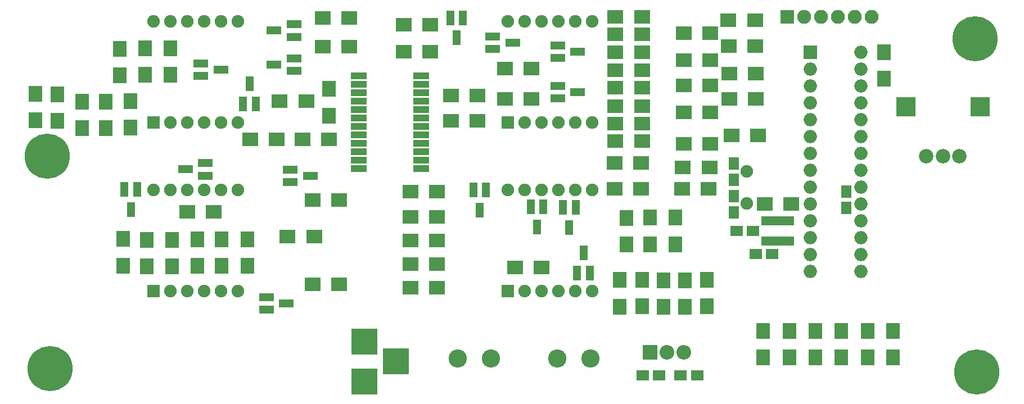
<source format=gbr>
G04 #@! TF.FileFunction,Soldermask,Bot*
%FSLAX46Y46*%
G04 Gerber Fmt 4.6, Leading zero omitted, Abs format (unit mm)*
G04 Created by KiCad (PCBNEW 4.0.6) date Monday, March 05, 2018 'AMt' 11:38:23 AM*
%MOMM*%
%LPD*%
G01*
G04 APERTURE LIST*
%ADD10C,0.100000*%
%ADD11R,2.900000X2.900000*%
%ADD12C,2.178000*%
%ADD13C,6.800000*%
%ADD14R,1.900000X1.900000*%
%ADD15C,1.900000*%
%ADD16C,2.750000*%
%ADD17R,2.100000X2.100000*%
%ADD18O,2.100000X2.100000*%
%ADD19R,3.900000X3.900000*%
%ADD20R,2.100000X2.400000*%
%ADD21R,2.400000X2.100000*%
%ADD22R,2.000000X2.000000*%
%ADD23O,2.000000X2.000000*%
%ADD24R,2.400000X1.000000*%
%ADD25R,4.950000X1.400000*%
%ADD26R,1.650000X1.900000*%
%ADD27R,1.900000X1.650000*%
%ADD28R,1.200000X2.300000*%
%ADD29R,2.300000X1.200000*%
%ADD30R,2.200000X2.200000*%
%ADD31O,2.200000X2.200000*%
G04 APERTURE END LIST*
D10*
D11*
X182831040Y-40795560D03*
D12*
X177231040Y-48295560D03*
X174731040Y-48295560D03*
X179731040Y-48295560D03*
D11*
X171631040Y-40795560D03*
D13*
X182356760Y-80736440D03*
X182102760Y-30566360D03*
X42336720Y-48295560D03*
D14*
X58420000Y-68580000D03*
D15*
X60960000Y-68580000D03*
X63500000Y-68580000D03*
X66040000Y-68580000D03*
X68580000Y-68580000D03*
X71120000Y-68580000D03*
X71120000Y-53340000D03*
X68580000Y-53340000D03*
X66040000Y-53340000D03*
X63500000Y-53340000D03*
X60960000Y-53340000D03*
X58420000Y-53340000D03*
D14*
X111760000Y-68580000D03*
D15*
X114300000Y-68580000D03*
X116840000Y-68580000D03*
X119380000Y-68580000D03*
X121920000Y-68580000D03*
X124460000Y-68580000D03*
X124460000Y-53340000D03*
X121920000Y-53340000D03*
X119380000Y-53340000D03*
X116840000Y-53340000D03*
X114300000Y-53340000D03*
X111760000Y-53340000D03*
D14*
X111760000Y-43180000D03*
D15*
X114300000Y-43180000D03*
X116840000Y-43180000D03*
X119380000Y-43180000D03*
X121920000Y-43180000D03*
X124460000Y-43180000D03*
X124460000Y-27940000D03*
X121920000Y-27940000D03*
X119380000Y-27940000D03*
X116840000Y-27940000D03*
X114300000Y-27940000D03*
X111760000Y-27940000D03*
D14*
X58420000Y-43180000D03*
D15*
X60960000Y-43180000D03*
X63500000Y-43180000D03*
X66040000Y-43180000D03*
X68580000Y-43180000D03*
X71120000Y-43180000D03*
X71120000Y-27940000D03*
X68580000Y-27940000D03*
X66040000Y-27940000D03*
X63500000Y-27940000D03*
X60960000Y-27940000D03*
X58420000Y-27940000D03*
D16*
X109206000Y-78740000D03*
X104206000Y-78740000D03*
X119206000Y-78740000D03*
X124206000Y-78740000D03*
D17*
X153825000Y-27300000D03*
D18*
X156365000Y-27300000D03*
X158905000Y-27300000D03*
X161445000Y-27300000D03*
X163985000Y-27300000D03*
X166525000Y-27300000D03*
D19*
X90170000Y-76200000D03*
X90170000Y-82200000D03*
X94870000Y-79200000D03*
D20*
X154101800Y-74606400D03*
X154101800Y-78606400D03*
D21*
X154400000Y-55473600D03*
X150400000Y-55473600D03*
D20*
X161899600Y-74555600D03*
X161899600Y-78555600D03*
X168351200Y-32569400D03*
X168351200Y-36569400D03*
D21*
X148939000Y-27749500D03*
X144939000Y-27749500D03*
X149002500Y-31686500D03*
X145002500Y-31686500D03*
X149066000Y-39624000D03*
X145066000Y-39624000D03*
X149066000Y-35814000D03*
X145066000Y-35814000D03*
X142208000Y-33782000D03*
X138208000Y-33782000D03*
X142208000Y-29718000D03*
X138208000Y-29718000D03*
X142208000Y-41656000D03*
X138208000Y-41656000D03*
X142208000Y-37592000D03*
X138208000Y-37592000D03*
D20*
X158013400Y-74581000D03*
X158013400Y-78581000D03*
X150190200Y-74581000D03*
X150190200Y-78581000D03*
X169748200Y-74606400D03*
X169748200Y-78606400D03*
X165912800Y-74606400D03*
X165912800Y-78606400D03*
D21*
X127768600Y-53187600D03*
X131768600Y-53187600D03*
X137979400Y-53136800D03*
X141979400Y-53136800D03*
X138081000Y-49961800D03*
X142081000Y-49961800D03*
X127794000Y-49276000D03*
X131794000Y-49276000D03*
X138182600Y-46380400D03*
X142182600Y-46380400D03*
X145421600Y-45135800D03*
X149421600Y-45135800D03*
X101060000Y-57404000D03*
X97060000Y-57404000D03*
X103156000Y-39116000D03*
X107156000Y-39116000D03*
X101060000Y-53594000D03*
X97060000Y-53594000D03*
X103156000Y-42926000D03*
X107156000Y-42926000D03*
X101060000Y-60960000D03*
X97060000Y-60960000D03*
X101060000Y-64516000D03*
X97060000Y-64516000D03*
X101060000Y-68072000D03*
X97060000Y-68072000D03*
X116808000Y-65024000D03*
X112808000Y-65024000D03*
X72930000Y-45720000D03*
X76930000Y-45720000D03*
X80804000Y-45720000D03*
X84804000Y-45720000D03*
X82328000Y-54864000D03*
X86328000Y-54864000D03*
X82328000Y-67564000D03*
X86328000Y-67564000D03*
D20*
X84836000Y-38132000D03*
X84836000Y-42132000D03*
D21*
X83852000Y-31750000D03*
X87852000Y-31750000D03*
X83852000Y-27432000D03*
X87852000Y-27432000D03*
X77375000Y-40005000D03*
X81375000Y-40005000D03*
X100044000Y-28448000D03*
X96044000Y-28448000D03*
X100044000Y-32512000D03*
X96044000Y-32512000D03*
X115284000Y-35052000D03*
X111284000Y-35052000D03*
X115284000Y-39624000D03*
X111284000Y-39624000D03*
D22*
X157275000Y-32625000D03*
D23*
X164895000Y-65645000D03*
X157275000Y-35165000D03*
X164895000Y-63105000D03*
X157275000Y-37705000D03*
X164895000Y-60565000D03*
X157275000Y-40245000D03*
X164895000Y-58025000D03*
X157275000Y-42785000D03*
X164895000Y-55485000D03*
X157275000Y-45325000D03*
X164895000Y-52945000D03*
X157275000Y-47865000D03*
X164895000Y-50405000D03*
X157275000Y-50405000D03*
X164895000Y-47865000D03*
X157275000Y-52945000D03*
X164895000Y-45325000D03*
X157275000Y-55485000D03*
X164895000Y-42785000D03*
X157275000Y-58025000D03*
X164895000Y-40245000D03*
X157275000Y-60565000D03*
X164895000Y-37705000D03*
X157275000Y-63105000D03*
X164895000Y-35165000D03*
X157275000Y-65645000D03*
X164895000Y-32625000D03*
D24*
X89280000Y-50165000D03*
X89280000Y-48895000D03*
X89280000Y-47625000D03*
X89280000Y-46355000D03*
X89280000Y-45085000D03*
X89280000Y-43815000D03*
X89280000Y-42545000D03*
X89280000Y-41275000D03*
X89280000Y-40005000D03*
X89280000Y-38735000D03*
X89280000Y-37465000D03*
X89280000Y-36195000D03*
X98680000Y-36195000D03*
X98680000Y-37465000D03*
X98680000Y-38735000D03*
X98680000Y-40005000D03*
X98680000Y-41275000D03*
X98680000Y-42545000D03*
X98680000Y-43815000D03*
X98680000Y-45085000D03*
X98680000Y-46355000D03*
X98680000Y-47625000D03*
X98680000Y-48895000D03*
X98680000Y-50165000D03*
D15*
X147726400Y-55397400D03*
X147726400Y-50517400D03*
D25*
X152374600Y-58012200D03*
X152374600Y-61012200D03*
D20*
X135178800Y-70935600D03*
X135178800Y-66935600D03*
X128574800Y-70910200D03*
X128574800Y-66910200D03*
X133172200Y-61512200D03*
X133172200Y-57512200D03*
X141732000Y-70884800D03*
X141732000Y-66884800D03*
X138430000Y-70935600D03*
X138430000Y-66935600D03*
X131927600Y-70884800D03*
X131927600Y-66884800D03*
X129616200Y-61537600D03*
X129616200Y-57537600D03*
X136982200Y-61512200D03*
X136982200Y-57512200D03*
X61214000Y-64865000D03*
X61214000Y-60865000D03*
X68643500Y-64801500D03*
X68643500Y-60801500D03*
D21*
X63468500Y-56642000D03*
X67468500Y-56642000D03*
D20*
X53784500Y-64738000D03*
X53784500Y-60738000D03*
X57353200Y-64839600D03*
X57353200Y-60839600D03*
X65024000Y-64801500D03*
X65024000Y-60801500D03*
D21*
X78568800Y-60350400D03*
X82568800Y-60350400D03*
D20*
X72491600Y-60788800D03*
X72491600Y-64788800D03*
D21*
X127921000Y-40703500D03*
X131921000Y-40703500D03*
X127921000Y-43370500D03*
X131921000Y-43370500D03*
X127921000Y-29908500D03*
X131921000Y-29908500D03*
X127921000Y-35306000D03*
X131921000Y-35306000D03*
X127921000Y-37973000D03*
X131921000Y-37973000D03*
X127921000Y-45974000D03*
X131921000Y-45974000D03*
X127921000Y-32575500D03*
X131921000Y-32575500D03*
X127921000Y-27241500D03*
X131921000Y-27241500D03*
D20*
X47599600Y-44011600D03*
X47599600Y-40011600D03*
X40604440Y-42858440D03*
X40604440Y-38858440D03*
X60909200Y-31985200D03*
X60909200Y-35985200D03*
X54914800Y-43960800D03*
X54914800Y-39960800D03*
X51155600Y-44011600D03*
X51155600Y-40011600D03*
X43863260Y-42909240D03*
X43863260Y-38909240D03*
X53340000Y-32086800D03*
X53340000Y-36086800D03*
X57150000Y-31985200D03*
X57150000Y-35985200D03*
D26*
X145745200Y-56749000D03*
X145745200Y-54249000D03*
X145745200Y-49321400D03*
X145745200Y-51821400D03*
D27*
X134503480Y-81310480D03*
X132003480Y-81310480D03*
X146171600Y-59512200D03*
X148671600Y-59512200D03*
X149016400Y-63017400D03*
X151516400Y-63017400D03*
X137738800Y-81290160D03*
X140238800Y-81290160D03*
D26*
X162712400Y-56088600D03*
X162712400Y-53588600D03*
D28*
X106542800Y-53364000D03*
X108442800Y-53364000D03*
X107492800Y-56364000D03*
X115153400Y-55904000D03*
X117053400Y-55904000D03*
X116103400Y-58904000D03*
X120030200Y-56005600D03*
X121930200Y-56005600D03*
X120980200Y-59005600D03*
X124063800Y-65838200D03*
X122163800Y-65838200D03*
X123113800Y-62838200D03*
X54015600Y-53287800D03*
X55915600Y-53287800D03*
X54965600Y-56287800D03*
D29*
X66193800Y-49291200D03*
X66193800Y-51191200D03*
X63193800Y-50241200D03*
X78992600Y-52156400D03*
X78992600Y-50256400D03*
X81992600Y-51206400D03*
X75385800Y-71409600D03*
X75385800Y-69509600D03*
X78385800Y-70459600D03*
D28*
X103088400Y-27405200D03*
X104988400Y-27405200D03*
X104038400Y-30405200D03*
D29*
X109447200Y-32103100D03*
X109447200Y-30203100D03*
X112447200Y-31153100D03*
X119213500Y-33462000D03*
X119213500Y-31562000D03*
X122213500Y-32512000D03*
X119216040Y-39552920D03*
X119216040Y-37652920D03*
X122216040Y-38602920D03*
X65530600Y-36184880D03*
X65530600Y-34284880D03*
X68530600Y-35234880D03*
X79513560Y-33512720D03*
X79513560Y-35412720D03*
X76513560Y-34462720D03*
X79513560Y-28371760D03*
X79513560Y-30271760D03*
X76513560Y-29321760D03*
D28*
X73771800Y-40346760D03*
X71871800Y-40346760D03*
X72821800Y-37346760D03*
D13*
X42778680Y-80274160D03*
D30*
X133101080Y-77851000D03*
D31*
X135641080Y-77851000D03*
X138181080Y-77851000D03*
M02*

</source>
